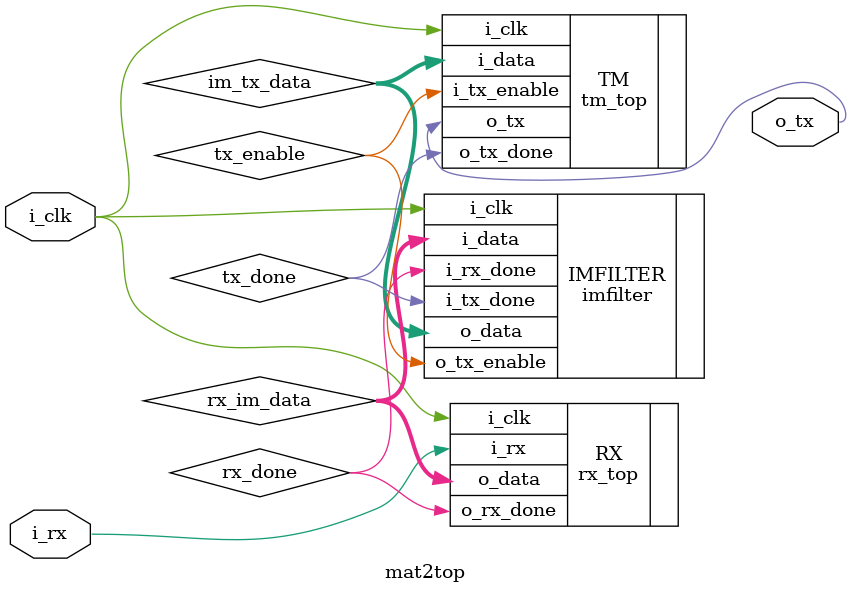
<source format=sv>
`timescale 1ns / 1ps

module mat2top(
    input logic i_clk,
    input logic i_rx,
    output logic o_tx
    );
    
    logic tx_br_rst, rx_br_rst;
    logic tx_b_tick, rx_b_tick;
    logic tx_enable;
    logic rx_done, tx_done;
    logic [7:0] rx_im_data, im_tx_data;
    
    tm_top TM(
        .i_clk(i_clk),
        .i_data(im_tx_data),
        .i_tx_enable(tx_enable),
        .o_tx(o_tx),
        .o_tx_done(tx_done)
    );
    
    imfilter IMFILTER(
        .i_clk(i_clk),
        .i_data(rx_im_data),
        .i_rx_done(rx_done),
        .i_tx_done(tx_done),
        .o_data(im_tx_data),
        .o_tx_enable(tx_enable)
    );
    
    rx_top RX(
        .i_clk(i_clk),
        .i_rx(i_rx),
        .o_data(rx_im_data),
        .o_rx_done(rx_done)
    );
    
endmodule

</source>
